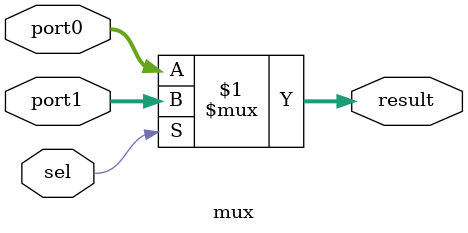
<source format=v>

module mux #(
    parameter WIDTH = 32
) (
    input [WIDTH-1:0] port0,
    input [WIDTH-1:0] port1,
    input sel,
    output [WIDTH-1:0] result
);

    assign result = sel ? port1 : port0;
endmodule
</source>
